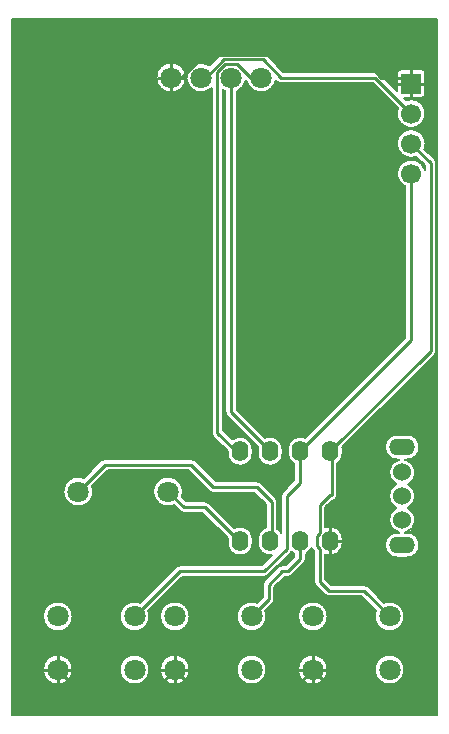
<source format=gtl>
G04 Layer: TopLayer*
G04 EasyEDA Pro v2.2.38.8, 2025-05-22 15:01:17*
G04 Gerber Generator version 0.3*
G04 Scale: 100 percent, Rotated: No, Reflected: No*
G04 Dimensions in millimeters*
G04 Leading zeros omitted, absolute positions, 4 integers and 5 decimals*
%FSLAX45Y45*%
%MOMM*%
%ADD10C,0.2032*%
%ADD11C,0.254*%
%ADD12C,1.8*%
%ADD13R,1.7X1.7*%
%ADD14C,1.7*%
%ADD15C,1.524*%
%ADD16O,2.2061X1.4*%
%ADD17O,2.2X1.4*%
%ADD18O,1.4X1.75001*%
G75*


G04 Copper Start*
G36*
G01X3634486Y-10414D02*
G01X3634486Y-5907786D01*
G01X35814Y-5907786D01*
G01X35814Y-5520893D01*
G01X298493Y-5520893D01*
G01X300405Y-5542741D01*
G01X306081Y-5563924D01*
G01X315349Y-5583800D01*
G01X327928Y-5601765D01*
G01X343435Y-5617272D01*
G01X361400Y-5629851D01*
G01X381276Y-5639120D01*
G01X402460Y-5644796D01*
G01X424307Y-5646707D01*
G01X446154Y-5644796D01*
G01X467338Y-5639120D01*
G01X487214Y-5629851D01*
G01X505179Y-5617272D01*
G01X520686Y-5601765D01*
G01X533265Y-5583800D01*
G01X542533Y-5563924D01*
G01X548209Y-5542741D01*
G01X550121Y-5520893D01*
G01X550121Y-5520893D01*
G01X948479Y-5520893D01*
G01X950391Y-5542741D01*
G01X956067Y-5563924D01*
G01X965335Y-5583800D01*
G01X977914Y-5601765D01*
G01X993421Y-5617272D01*
G01X1011386Y-5629851D01*
G01X1031262Y-5639120D01*
G01X1052446Y-5644796D01*
G01X1074293Y-5646707D01*
G01X1096140Y-5644796D01*
G01X1117324Y-5639120D01*
G01X1137200Y-5629851D01*
G01X1155165Y-5617272D01*
G01X1170672Y-5601765D01*
G01X1183251Y-5583800D01*
G01X1192519Y-5563924D01*
G01X1198195Y-5542741D01*
G01X1200107Y-5520893D01*
G01X1200107Y-5520893D01*
G01X1289093Y-5520893D01*
G01X1291005Y-5542741D01*
G01X1296681Y-5563924D01*
G01X1305949Y-5583800D01*
G01X1318528Y-5601765D01*
G01X1334035Y-5617272D01*
G01X1352000Y-5629851D01*
G01X1371876Y-5639120D01*
G01X1393060Y-5644796D01*
G01X1414907Y-5646707D01*
G01X1436754Y-5644796D01*
G01X1457938Y-5639120D01*
G01X1477814Y-5629851D01*
G01X1495779Y-5617272D01*
G01X1511286Y-5601765D01*
G01X1523865Y-5583800D01*
G01X1533133Y-5563924D01*
G01X1538809Y-5542741D01*
G01X1540721Y-5520893D01*
G01X1540721Y-5520893D01*
G01X1939079Y-5520893D01*
G01X1940991Y-5542741D01*
G01X1946667Y-5563924D01*
G01X1955935Y-5583800D01*
G01X1968514Y-5601765D01*
G01X1984021Y-5617272D01*
G01X2001986Y-5629851D01*
G01X2021862Y-5639120D01*
G01X2043046Y-5644796D01*
G01X2064893Y-5646707D01*
G01X2086740Y-5644796D01*
G01X2107924Y-5639120D01*
G01X2127800Y-5629851D01*
G01X2145765Y-5617272D01*
G01X2161272Y-5601765D01*
G01X2173851Y-5583800D01*
G01X2183119Y-5563924D01*
G01X2188795Y-5542741D01*
G01X2190707Y-5520893D01*
G01X2190707Y-5520893D01*
G01X2457493Y-5520893D01*
G01X2459405Y-5542741D01*
G01X2465081Y-5563924D01*
G01X2474349Y-5583800D01*
G01X2486928Y-5601765D01*
G01X2502435Y-5617272D01*
G01X2520400Y-5629851D01*
G01X2540276Y-5639120D01*
G01X2561460Y-5644796D01*
G01X2583307Y-5646707D01*
G01X2605154Y-5644796D01*
G01X2626338Y-5639120D01*
G01X2646214Y-5629851D01*
G01X2664179Y-5617272D01*
G01X2679686Y-5601765D01*
G01X2692265Y-5583800D01*
G01X2701533Y-5563924D01*
G01X2707209Y-5542741D01*
G01X2709121Y-5520893D01*
G01X2709121Y-5520893D01*
G01X3107479Y-5520893D01*
G01X3109391Y-5542741D01*
G01X3115067Y-5563924D01*
G01X3124335Y-5583800D01*
G01X3136914Y-5601765D01*
G01X3152421Y-5617272D01*
G01X3170386Y-5629851D01*
G01X3190262Y-5639120D01*
G01X3211446Y-5644796D01*
G01X3233293Y-5646707D01*
G01X3255140Y-5644796D01*
G01X3276324Y-5639120D01*
G01X3296200Y-5629851D01*
G01X3314165Y-5617272D01*
G01X3329672Y-5601765D01*
G01X3342251Y-5583800D01*
G01X3351519Y-5563924D01*
G01X3357195Y-5542741D01*
G01X3359107Y-5520893D01*
G01X3359107Y-5520893D01*
G01X3357195Y-5499046D01*
G01X3351519Y-5477862D01*
G01X3342251Y-5457986D01*
G01X3329672Y-5440022D01*
G01X3314165Y-5424514D01*
G01X3296200Y-5411935D01*
G01X3276324Y-5402667D01*
G01X3255140Y-5396991D01*
G01X3233293Y-5395079D01*
G01X3211446Y-5396991D01*
G01X3190262Y-5402667D01*
G01X3170386Y-5411935D01*
G01X3152421Y-5424514D01*
G01X3136914Y-5440022D01*
G01X3124335Y-5457986D01*
G01X3115067Y-5477862D01*
G01X3109391Y-5499046D01*
G01X3107479Y-5520893D01*
G01X2709121Y-5520893D01*
G01X2707209Y-5499046D01*
G01X2701533Y-5477862D01*
G01X2692265Y-5457986D01*
G01X2679686Y-5440022D01*
G01X2664179Y-5424514D01*
G01X2646214Y-5411935D01*
G01X2626338Y-5402667D01*
G01X2605154Y-5396991D01*
G01X2583307Y-5395079D01*
G01X2561460Y-5396991D01*
G01X2540276Y-5402667D01*
G01X2520400Y-5411935D01*
G01X2502435Y-5424514D01*
G01X2486928Y-5440022D01*
G01X2474349Y-5457986D01*
G01X2465081Y-5477862D01*
G01X2459405Y-5499046D01*
G01X2457493Y-5520893D01*
G01X2190707Y-5520893D01*
G01X2188795Y-5499046D01*
G01X2183119Y-5477862D01*
G01X2173851Y-5457986D01*
G01X2161272Y-5440022D01*
G01X2145765Y-5424514D01*
G01X2127800Y-5411935D01*
G01X2107924Y-5402667D01*
G01X2086740Y-5396991D01*
G01X2064893Y-5395079D01*
G01X2043046Y-5396991D01*
G01X2021862Y-5402667D01*
G01X2001986Y-5411935D01*
G01X1984021Y-5424514D01*
G01X1968514Y-5440022D01*
G01X1955935Y-5457986D01*
G01X1946667Y-5477862D01*
G01X1940991Y-5499046D01*
G01X1939079Y-5520893D01*
G01X1540721Y-5520893D01*
G01X1538809Y-5499046D01*
G01X1533133Y-5477862D01*
G01X1523865Y-5457986D01*
G01X1511286Y-5440022D01*
G01X1495779Y-5424514D01*
G01X1477814Y-5411935D01*
G01X1457938Y-5402667D01*
G01X1436754Y-5396991D01*
G01X1414907Y-5395079D01*
G01X1393060Y-5396991D01*
G01X1371876Y-5402667D01*
G01X1352000Y-5411935D01*
G01X1334035Y-5424514D01*
G01X1318528Y-5440022D01*
G01X1305949Y-5457986D01*
G01X1296681Y-5477862D01*
G01X1291005Y-5499046D01*
G01X1289093Y-5520893D01*
G01X1200107Y-5520893D01*
G01X1198195Y-5499046D01*
G01X1192519Y-5477862D01*
G01X1183251Y-5457986D01*
G01X1170672Y-5440022D01*
G01X1155165Y-5424514D01*
G01X1137200Y-5411935D01*
G01X1117324Y-5402667D01*
G01X1096140Y-5396991D01*
G01X1074293Y-5395079D01*
G01X1052446Y-5396991D01*
G01X1031262Y-5402667D01*
G01X1011386Y-5411935D01*
G01X993421Y-5424514D01*
G01X977914Y-5440022D01*
G01X965335Y-5457986D01*
G01X956067Y-5477862D01*
G01X950391Y-5499046D01*
G01X948479Y-5520893D01*
G01X550121Y-5520893D01*
G01X548209Y-5499046D01*
G01X542533Y-5477862D01*
G01X533265Y-5457986D01*
G01X520686Y-5440022D01*
G01X505179Y-5424514D01*
G01X487214Y-5411935D01*
G01X467338Y-5402667D01*
G01X446154Y-5396991D01*
G01X424307Y-5395079D01*
G01X402460Y-5396991D01*
G01X381276Y-5402667D01*
G01X361400Y-5411935D01*
G01X343435Y-5424514D01*
G01X327928Y-5440022D01*
G01X315349Y-5457986D01*
G01X306081Y-5477862D01*
G01X300405Y-5499046D01*
G01X298493Y-5520893D01*
G01X35814Y-5520893D01*
G01X35814Y-5070907D01*
G01X298493Y-5070907D01*
G01X300405Y-5092754D01*
G01X306081Y-5113938D01*
G01X315349Y-5133814D01*
G01X327928Y-5151778D01*
G01X343435Y-5167286D01*
G01X361400Y-5179865D01*
G01X381276Y-5189133D01*
G01X402460Y-5194809D01*
G01X424307Y-5196721D01*
G01X446154Y-5194809D01*
G01X467338Y-5189133D01*
G01X487214Y-5179865D01*
G01X505179Y-5167286D01*
G01X520686Y-5151778D01*
G01X533265Y-5133814D01*
G01X542533Y-5113938D01*
G01X548209Y-5092754D01*
G01X550121Y-5070907D01*
G01X550121Y-5070907D01*
G01X548209Y-5049059D01*
G01X542533Y-5027876D01*
G01X533265Y-5008000D01*
G01X520686Y-4990035D01*
G01X505179Y-4974528D01*
G01X487214Y-4961949D01*
G01X467338Y-4952680D01*
G01X446154Y-4947004D01*
G01X424307Y-4945093D01*
G01X402460Y-4947004D01*
G01X381276Y-4952680D01*
G01X361400Y-4961949D01*
G01X343435Y-4974528D01*
G01X327928Y-4990035D01*
G01X315349Y-5008000D01*
G01X306081Y-5027876D01*
G01X300405Y-5049059D01*
G01X298493Y-5070907D01*
G01X35814Y-5070907D01*
G01X35814Y-4004068D01*
G01X472421Y-4004068D01*
G01X472705Y-4025631D01*
G01X476667Y-4046828D01*
G01X484190Y-4067037D01*
G01X495054Y-4085665D01*
G01X508939Y-4102164D01*
G01X525438Y-4116049D01*
G01X544066Y-4126913D01*
G01X564275Y-4134436D01*
G01X585472Y-4138398D01*
G01X607035Y-4138682D01*
G01X628329Y-4135279D01*
G01X648729Y-4128291D01*
G01X667636Y-4117921D01*
G01X684495Y-4104474D01*
G01X698810Y-4088347D01*
G01X710160Y-4070011D01*
G01X718213Y-4050007D01*
G01X722731Y-4028922D01*
G01X722991Y-4022332D01*
G01X1232415Y-4022332D01*
G01X1235817Y-4043626D01*
G01X1242806Y-4064026D01*
G01X1253176Y-4082933D01*
G01X1266622Y-4099792D01*
G01X1282750Y-4114106D01*
G01X1301085Y-4125457D01*
G01X1321090Y-4133509D01*
G01X1342175Y-4138028D01*
G01X1363723Y-4138879D01*
G01X1385099Y-4136038D01*
G01X1405676Y-4129588D01*
G01X1455239Y-4179152D01*
G01X1465287Y-4186862D01*
G01X1476988Y-4191708D01*
G01X1489544Y-4193361D01*
G01X1648252Y-4193361D01*
G01X1862848Y-4407957D01*
G01X1862686Y-4413809D01*
G01X1862686Y-4413809D01*
G01X1862686Y-4448810D01*
G01X1864488Y-4468253D01*
G01X1869832Y-4487034D01*
G01X1878535Y-4504514D01*
G01X1890303Y-4520096D01*
G01X1904733Y-4533251D01*
G01X1921335Y-4543531D01*
G01X1939543Y-4550584D01*
G01X1958737Y-4554172D01*
G01X1978263Y-4554172D01*
G01X1997457Y-4550584D01*
G01X2015665Y-4543531D01*
G01X2032267Y-4533251D01*
G01X2046697Y-4520096D01*
G01X2058465Y-4504514D01*
G01X2067168Y-4487034D01*
G01X2072512Y-4468253D01*
G01X2074314Y-4448810D01*
G01X2074314Y-4413809D01*
G01X2072385Y-4393698D01*
G01X2066669Y-4374320D01*
G01X2057375Y-4356381D01*
G01X2044840Y-4340537D01*
G01X2029522Y-4327363D01*
G01X2011980Y-4317341D01*
G01X1992853Y-4310835D01*
G01X1972838Y-4308084D01*
G01X1952664Y-4309187D01*
G01X1933068Y-4314103D01*
G01X1914764Y-4322655D01*
G01X1702652Y-4110543D01*
G01X1692604Y-4102833D01*
G01X1680904Y-4097986D01*
G01X1668347Y-4096333D01*
G01X1509639Y-4096333D01*
G01X1474285Y-4060979D01*
G01X1480735Y-4040402D01*
G01X1483576Y-4019026D01*
G01X1482724Y-3997478D01*
G01X1478206Y-3976393D01*
G01X1470153Y-3956389D01*
G01X1458803Y-3938053D01*
G01X1444488Y-3921926D01*
G01X1427630Y-3908479D01*
G01X1408723Y-3898109D01*
G01X1388322Y-3891121D01*
G01X1367028Y-3887718D01*
G01X1345466Y-3888002D01*
G01X1324269Y-3891964D01*
G01X1304059Y-3899487D01*
G01X1285432Y-3910351D01*
G01X1268933Y-3924236D01*
G01X1255048Y-3940735D01*
G01X1244184Y-3959363D01*
G01X1236660Y-3979572D01*
G01X1232698Y-4000769D01*
G01X1232415Y-4022332D01*
G01X722991Y-4022332D01*
G01X723582Y-4007374D01*
G01X720741Y-3985998D01*
G01X714292Y-3965421D01*
G01X846598Y-3833114D01*
G01X1529305Y-3833114D01*
G01X1705595Y-4009405D01*
G01X1715643Y-4017114D01*
G01X1727344Y-4021961D01*
G01X1739900Y-4023614D01*
G01X2088105Y-4023614D01*
G01X2186686Y-4122195D01*
G01X2186686Y-4314240D01*
G01X2169891Y-4322000D01*
G01X2154703Y-4332567D01*
G01X2141589Y-4345618D01*
G01X2130948Y-4360753D01*
G01X2123107Y-4377511D01*
G01X2118304Y-4395378D01*
G01X2116686Y-4413809D01*
G01X2116686Y-4448810D01*
G01X2118557Y-4468617D01*
G01X2124102Y-4487724D01*
G01X2133125Y-4505456D01*
G01X2145309Y-4521185D01*
G01X2160221Y-4534355D01*
G01X2177335Y-4544501D01*
G01X2196046Y-4551264D01*
G01X2215692Y-4554405D01*
G01X2235578Y-4553813D01*
G01X2151605Y-4637786D01*
G01X1458900Y-4637786D01*
G01X1446343Y-4639439D01*
G01X1434643Y-4644286D01*
G01X1424595Y-4651995D01*
G01X1122072Y-4954518D01*
G01X1101495Y-4948069D01*
G01X1080119Y-4945228D01*
G01X1058571Y-4946079D01*
G01X1037486Y-4950597D01*
G01X1017482Y-4958650D01*
G01X999146Y-4970000D01*
G01X983019Y-4984315D01*
G01X969572Y-5001174D01*
G01X959202Y-5020081D01*
G01X952214Y-5040481D01*
G01X948811Y-5061775D01*
G01X949095Y-5083338D01*
G01X953057Y-5104535D01*
G01X960580Y-5124744D01*
G01X971444Y-5143372D01*
G01X985329Y-5159871D01*
G01X1001828Y-5173756D01*
G01X1020456Y-5184620D01*
G01X1040665Y-5192143D01*
G01X1061862Y-5196105D01*
G01X1083425Y-5196389D01*
G01X1104719Y-5192986D01*
G01X1125119Y-5185997D01*
G01X1144026Y-5175627D01*
G01X1160885Y-5162181D01*
G01X1175199Y-5146053D01*
G01X1186550Y-5127718D01*
G01X1194602Y-5107714D01*
G01X1199121Y-5086628D01*
G01X1199742Y-5070907D01*
G01X1289093Y-5070907D01*
G01X1291005Y-5092754D01*
G01X1296681Y-5113938D01*
G01X1305949Y-5133814D01*
G01X1318528Y-5151778D01*
G01X1334035Y-5167286D01*
G01X1352000Y-5179865D01*
G01X1371876Y-5189133D01*
G01X1393060Y-5194809D01*
G01X1414907Y-5196721D01*
G01X1436754Y-5194809D01*
G01X1457938Y-5189133D01*
G01X1477814Y-5179865D01*
G01X1495779Y-5167286D01*
G01X1511286Y-5151778D01*
G01X1523865Y-5133814D01*
G01X1533133Y-5113938D01*
G01X1538809Y-5092754D01*
G01X1540721Y-5070907D01*
G01X1540721Y-5070907D01*
G01X1538809Y-5049059D01*
G01X1533133Y-5027876D01*
G01X1523865Y-5008000D01*
G01X1511286Y-4990035D01*
G01X1495779Y-4974528D01*
G01X1477814Y-4961949D01*
G01X1457938Y-4952680D01*
G01X1436754Y-4947004D01*
G01X1414907Y-4945093D01*
G01X1393060Y-4947004D01*
G01X1371876Y-4952680D01*
G01X1352000Y-4961949D01*
G01X1334035Y-4974528D01*
G01X1318528Y-4990035D01*
G01X1305949Y-5008000D01*
G01X1296681Y-5027876D01*
G01X1291005Y-5049059D01*
G01X1289093Y-5070907D01*
G01X1199742Y-5070907D01*
G01X1199972Y-5065081D01*
G01X1197131Y-5043705D01*
G01X1190681Y-5023128D01*
G01X1478995Y-4734814D01*
G01X2171700Y-4734814D01*
G01X2184256Y-4733161D01*
G01X2195957Y-4728314D01*
G01X2206005Y-4720605D01*
G01X2396505Y-4530105D01*
G01X2401830Y-4523783D01*
G01X2414175Y-4534321D01*
G01X2427986Y-4542847D01*
G01X2427986Y-4564605D01*
G01X2354805Y-4637786D01*
G01X2324100Y-4637786D01*
G01X2311544Y-4639439D01*
G01X2299843Y-4644286D01*
G01X2289795Y-4651995D01*
G01X2175495Y-4766295D01*
G01X2167786Y-4776343D01*
G01X2162939Y-4788044D01*
G01X2161286Y-4800600D01*
G01X2161286Y-4905905D01*
G01X2112672Y-4954518D01*
G01X2092095Y-4948069D01*
G01X2070719Y-4945228D01*
G01X2049171Y-4946079D01*
G01X2028086Y-4950597D01*
G01X2008082Y-4958650D01*
G01X1989746Y-4970000D01*
G01X1973619Y-4984315D01*
G01X1960172Y-5001174D01*
G01X1949802Y-5020081D01*
G01X1942814Y-5040481D01*
G01X1939411Y-5061775D01*
G01X1939695Y-5083338D01*
G01X1943657Y-5104535D01*
G01X1951180Y-5124744D01*
G01X1962044Y-5143372D01*
G01X1975929Y-5159871D01*
G01X1992428Y-5173756D01*
G01X2011056Y-5184620D01*
G01X2031265Y-5192143D01*
G01X2052462Y-5196105D01*
G01X2074025Y-5196389D01*
G01X2095319Y-5192986D01*
G01X2115719Y-5185997D01*
G01X2134626Y-5175627D01*
G01X2151485Y-5162181D01*
G01X2165799Y-5146053D01*
G01X2177150Y-5127718D01*
G01X2185202Y-5107714D01*
G01X2189721Y-5086628D01*
G01X2190342Y-5070907D01*
G01X2457493Y-5070907D01*
G01X2459405Y-5092754D01*
G01X2465081Y-5113938D01*
G01X2474349Y-5133814D01*
G01X2486928Y-5151778D01*
G01X2502435Y-5167286D01*
G01X2520400Y-5179865D01*
G01X2540276Y-5189133D01*
G01X2561460Y-5194809D01*
G01X2583307Y-5196721D01*
G01X2605154Y-5194809D01*
G01X2626338Y-5189133D01*
G01X2646214Y-5179865D01*
G01X2664179Y-5167286D01*
G01X2679686Y-5151778D01*
G01X2692265Y-5133814D01*
G01X2701533Y-5113938D01*
G01X2707209Y-5092754D01*
G01X2709121Y-5070907D01*
G01X2709121Y-5070907D01*
G01X2707209Y-5049059D01*
G01X2701533Y-5027876D01*
G01X2692265Y-5008000D01*
G01X2679686Y-4990035D01*
G01X2664179Y-4974528D01*
G01X2646214Y-4961949D01*
G01X2626338Y-4952680D01*
G01X2605154Y-4947004D01*
G01X2583307Y-4945093D01*
G01X2561460Y-4947004D01*
G01X2540276Y-4952680D01*
G01X2520400Y-4961949D01*
G01X2502435Y-4974528D01*
G01X2486928Y-4990035D01*
G01X2474349Y-5008000D01*
G01X2465081Y-5027876D01*
G01X2459405Y-5049059D01*
G01X2457493Y-5070907D01*
G01X2190342Y-5070907D01*
G01X2190572Y-5065081D01*
G01X2187731Y-5043705D01*
G01X2181281Y-5023128D01*
G01X2244105Y-4960304D01*
G01X2251814Y-4950257D01*
G01X2256661Y-4938556D01*
G01X2258314Y-4926000D01*
G01X2258314Y-4820695D01*
G01X2344195Y-4734814D01*
G01X2374900Y-4734814D01*
G01X2387456Y-4733161D01*
G01X2399157Y-4728314D01*
G01X2409205Y-4720605D01*
G01X2510805Y-4619005D01*
G01X2518514Y-4608957D01*
G01X2523361Y-4597256D01*
G01X2525014Y-4584700D01*
G01X2525014Y-4542847D01*
G01X2539730Y-4533655D01*
G01X2552745Y-4522181D01*
G01X2563710Y-4508734D01*
G01X2572331Y-4493677D01*
G01X2576527Y-4500884D01*
G01X2581895Y-4507266D01*
G01X2593086Y-4518457D01*
G01X2593086Y-4775200D01*
G01X2594739Y-4787756D01*
G01X2599586Y-4799457D01*
G01X2607295Y-4809505D01*
G01X2683495Y-4885705D01*
G01X2693543Y-4893414D01*
G01X2705244Y-4898261D01*
G01X2717800Y-4899914D01*
G01X2993691Y-4899914D01*
G01X3116905Y-5023128D01*
G01X3110455Y-5043705D01*
G01X3107614Y-5065081D01*
G01X3108465Y-5086628D01*
G01X3112984Y-5107714D01*
G01X3121036Y-5127718D01*
G01X3132387Y-5146053D01*
G01X3146701Y-5162181D01*
G01X3163560Y-5175627D01*
G01X3182467Y-5185997D01*
G01X3202867Y-5192986D01*
G01X3224161Y-5196389D01*
G01X3245724Y-5196105D01*
G01X3266921Y-5192143D01*
G01X3287130Y-5184620D01*
G01X3305758Y-5173756D01*
G01X3322257Y-5159871D01*
G01X3336142Y-5143372D01*
G01X3347006Y-5124744D01*
G01X3354529Y-5104535D01*
G01X3358491Y-5083338D01*
G01X3358775Y-5061775D01*
G01X3355372Y-5040481D01*
G01X3348384Y-5020081D01*
G01X3338014Y-5001174D01*
G01X3324567Y-4984315D01*
G01X3308440Y-4970000D01*
G01X3290104Y-4958650D01*
G01X3270100Y-4950597D01*
G01X3249015Y-4946079D01*
G01X3227467Y-4945228D01*
G01X3206091Y-4948069D01*
G01X3185514Y-4954518D01*
G01X3048091Y-4817095D01*
G01X3038043Y-4809386D01*
G01X3026343Y-4804539D01*
G01X3013786Y-4802886D01*
G01X2737895Y-4802886D01*
G01X2690114Y-4755105D01*
G01X2690114Y-4546614D01*
G01X2708111Y-4552228D01*
G01X2726818Y-4554560D01*
G01X2745642Y-4553535D01*
G01X2763986Y-4549186D01*
G01X2781267Y-4541650D01*
G01X2796936Y-4531168D01*
G01X2810496Y-4518071D01*
G01X2821518Y-4502776D01*
G01X2829650Y-4485768D01*
G01X2834634Y-4467587D01*
G01X2835622Y-4456547D01*
G01X3194738Y-4456547D01*
G01X3194738Y-4476074D01*
G01X3198326Y-4495268D01*
G01X3205379Y-4513476D01*
G01X3215659Y-4530078D01*
G01X3228814Y-4544508D01*
G01X3244396Y-4556275D01*
G01X3261876Y-4564979D01*
G01X3280657Y-4570323D01*
G01X3300100Y-4572124D01*
G01X3380100Y-4572124D01*
G01X3399543Y-4570323D01*
G01X3418324Y-4564979D01*
G01X3435804Y-4556275D01*
G01X3451386Y-4544508D01*
G01X3464541Y-4530078D01*
G01X3474821Y-4513476D01*
G01X3481874Y-4495268D01*
G01X3485462Y-4476074D01*
G01X3485462Y-4456547D01*
G01X3481874Y-4437353D01*
G01X3474821Y-4419145D01*
G01X3464541Y-4402544D01*
G01X3451386Y-4388113D01*
G01X3435804Y-4376346D01*
G01X3418324Y-4367642D01*
G01X3399543Y-4362298D01*
G01X3380100Y-4360497D01*
G01X3365062Y-4360497D01*
G01X3385074Y-4353888D01*
G01X3403494Y-4343649D01*
G01X3419669Y-4330140D01*
G01X3433028Y-4313841D01*
G01X3443098Y-4295328D01*
G01X3449522Y-4275257D01*
G01X3452073Y-4254337D01*
G01X3450660Y-4233310D01*
G01X3445334Y-4212920D01*
G01X3436282Y-4193888D01*
G01X3423827Y-4176889D01*
G01X3408407Y-4162523D01*
G01X3390570Y-4151300D01*
G01X3408005Y-4140384D01*
G01X3423150Y-4126465D01*
G01X3435495Y-4110010D01*
G01X3444623Y-4091576D01*
G01X3450225Y-4071783D01*
G01X3452114Y-4051300D01*
G01X3450225Y-4030817D01*
G01X3444623Y-4011024D01*
G01X3435495Y-3992590D01*
G01X3423150Y-3976135D01*
G01X3408005Y-3962216D01*
G01X3390570Y-3951300D01*
G01X3408407Y-3940077D01*
G01X3423827Y-3925711D01*
G01X3436282Y-3908712D01*
G01X3445334Y-3889680D01*
G01X3450660Y-3869290D01*
G01X3452073Y-3848263D01*
G01X3449522Y-3827343D01*
G01X3443098Y-3807272D01*
G01X3433028Y-3788759D01*
G01X3419669Y-3772460D01*
G01X3403494Y-3758951D01*
G01X3385074Y-3748712D01*
G01X3365062Y-3742103D01*
G01X3380100Y-3742103D01*
G01X3399543Y-3740302D01*
G01X3418324Y-3734958D01*
G01X3435804Y-3726254D01*
G01X3451386Y-3714487D01*
G01X3464541Y-3700056D01*
G01X3474821Y-3683455D01*
G01X3481874Y-3665247D01*
G01X3485462Y-3646053D01*
G01X3485462Y-3626526D01*
G01X3481874Y-3607332D01*
G01X3474821Y-3589124D01*
G01X3464541Y-3572522D01*
G01X3451386Y-3558092D01*
G01X3435804Y-3546325D01*
G01X3418324Y-3537621D01*
G01X3399543Y-3532277D01*
G01X3380100Y-3530476D01*
G01X3300100Y-3530476D01*
G01X3280657Y-3532277D01*
G01X3261876Y-3537621D01*
G01X3244396Y-3546325D01*
G01X3228814Y-3558092D01*
G01X3215659Y-3572522D01*
G01X3205379Y-3589124D01*
G01X3198326Y-3607332D01*
G01X3194738Y-3626526D01*
G01X3194738Y-3646053D01*
G01X3198326Y-3665247D01*
G01X3205379Y-3683455D01*
G01X3215659Y-3700056D01*
G01X3228814Y-3714487D01*
G01X3244396Y-3726254D01*
G01X3261876Y-3734958D01*
G01X3280657Y-3740302D01*
G01X3300100Y-3742103D01*
G01X3315138Y-3742103D01*
G01X3295126Y-3748712D01*
G01X3276706Y-3758951D01*
G01X3260531Y-3772460D01*
G01X3247172Y-3788759D01*
G01X3237102Y-3807272D01*
G01X3230678Y-3827343D01*
G01X3228127Y-3848263D01*
G01X3229540Y-3869290D01*
G01X3234866Y-3889680D01*
G01X3243918Y-3908712D01*
G01X3256373Y-3925711D01*
G01X3271793Y-3940077D01*
G01X3289630Y-3951300D01*
G01X3272195Y-3962216D01*
G01X3257050Y-3976135D01*
G01X3244705Y-3992590D01*
G01X3235577Y-4011024D01*
G01X3229975Y-4030817D01*
G01X3228086Y-4051300D01*
G01X3229975Y-4071783D01*
G01X3235577Y-4091576D01*
G01X3244705Y-4110010D01*
G01X3257050Y-4126465D01*
G01X3272195Y-4140384D01*
G01X3289630Y-4151300D01*
G01X3271793Y-4162523D01*
G01X3256373Y-4176889D01*
G01X3243918Y-4193888D01*
G01X3234866Y-4212920D01*
G01X3229540Y-4233310D01*
G01X3228127Y-4254337D01*
G01X3230678Y-4275257D01*
G01X3237102Y-4295328D01*
G01X3247172Y-4313841D01*
G01X3260531Y-4330140D01*
G01X3276706Y-4343649D01*
G01X3295126Y-4353888D01*
G01X3315138Y-4360497D01*
G01X3300100Y-4360497D01*
G01X3300100Y-4360497D01*
G01X3280657Y-4362298D01*
G01X3261876Y-4367642D01*
G01X3244396Y-4376346D01*
G01X3228814Y-4388113D01*
G01X3215659Y-4402544D01*
G01X3205379Y-4419145D01*
G01X3198326Y-4437353D01*
G01X3194738Y-4456547D01*
G01X2835622Y-4456547D01*
G01X2836314Y-4448810D01*
G01X2836314Y-4413809D01*
G01X2834634Y-4395032D01*
G01X2829650Y-4376850D01*
G01X2821518Y-4359842D01*
G01X2810496Y-4344547D01*
G01X2796936Y-4331451D01*
G01X2781267Y-4320969D01*
G01X2763986Y-4313433D01*
G01X2745642Y-4309084D01*
G01X2726818Y-4308059D01*
G01X2708111Y-4310391D01*
G01X2690114Y-4316005D01*
G01X2690114Y-4147595D01*
G01X2744921Y-4092788D01*
G01X2754539Y-4090124D01*
G01X2763409Y-4085548D01*
G01X2771155Y-4079255D01*
G01X2777505Y-4072905D01*
G01X2785214Y-4062857D01*
G01X2790061Y-4051156D01*
G01X2791714Y-4038600D01*
G01X2791714Y-3775101D01*
G01X2806970Y-3761928D01*
G01X2819451Y-3746100D01*
G01X2828704Y-3728193D01*
G01X2834394Y-3708856D01*
G01X2836314Y-3688791D01*
G01X2836314Y-3653790D01*
G01X2834748Y-3635652D01*
G01X3615705Y-2854695D01*
G01X3623414Y-2844648D01*
G01X3628261Y-2832947D01*
G01X3629914Y-2820391D01*
G01X3629914Y-1231900D01*
G01X3628261Y-1219344D01*
G01X3623414Y-1207643D01*
G01X3615705Y-1197595D01*
G01X3528843Y-1110733D01*
G01X3534933Y-1089651D01*
G01X3537110Y-1067814D01*
G01X3535300Y-1045944D01*
G01X3529564Y-1024762D01*
G01X3520092Y-1004967D01*
G01X3507195Y-987213D01*
G01X3491299Y-972084D01*
G01X3472928Y-960080D01*
G01X3452689Y-951597D01*
G01X3431250Y-946915D01*
G01X3409317Y-946188D01*
G01X3387615Y-949441D01*
G01X3366859Y-956566D01*
G01X3347734Y-967328D01*
G01X3330872Y-981372D01*
G01X3316828Y-998234D01*
G01X3306066Y-1017359D01*
G01X3298941Y-1038115D01*
G01X3295688Y-1059817D01*
G01X3296415Y-1081750D01*
G01X3301097Y-1103189D01*
G01X3309580Y-1123428D01*
G01X3321584Y-1141799D01*
G01X3336713Y-1157695D01*
G01X3354467Y-1170592D01*
G01X3374262Y-1180064D01*
G01X3395444Y-1185800D01*
G01X3417314Y-1187610D01*
G01X3439151Y-1185433D01*
G01X3460233Y-1179343D01*
G01X3532886Y-1251995D01*
G01X3532886Y-1289119D01*
G01X3525155Y-1268393D01*
G01X3513775Y-1249424D01*
G01X3499127Y-1232847D01*
G01X3481702Y-1219220D01*
G01X3462085Y-1208998D01*
G01X3440932Y-1202524D01*
G01X3418954Y-1200015D01*
G01X3396887Y-1201556D01*
G01X3375470Y-1207095D01*
G01X3355423Y-1216445D01*
G01X3337416Y-1229294D01*
G01X3322054Y-1245211D01*
G01X3309852Y-1263662D01*
G01X3301218Y-1284028D01*
G01X3296443Y-1305628D01*
G01X3295685Y-1327736D01*
G01X3298972Y-1349611D01*
G01X3306192Y-1370521D01*
G01X3317103Y-1389763D01*
G01X3331340Y-1406694D01*
G01X3348425Y-1420745D01*
G01X3367786Y-1431445D01*
G01X3367786Y-2711395D01*
G01X2521268Y-3557913D01*
G01X2521268Y-3557913D01*
G01X2503123Y-3551380D01*
G01X2484093Y-3548249D01*
G01X2464811Y-3548624D01*
G01X2445918Y-3552492D01*
G01X2428040Y-3559725D01*
G01X2411772Y-3570083D01*
G01X2397654Y-3583222D01*
G01X2386155Y-3598705D01*
G01X2377658Y-3616017D01*
G01X2372444Y-3634585D01*
G01X2370686Y-3653790D01*
G01X2370686Y-3688791D01*
G01X2372442Y-3707987D01*
G01X2377651Y-3726545D01*
G01X2386140Y-3743851D01*
G01X2397627Y-3759329D01*
G01X2411732Y-3772467D01*
G01X2427986Y-3782828D01*
G01X2427986Y-3916905D01*
G01X2327895Y-4016995D01*
G01X2320186Y-4027043D01*
G01X2315339Y-4038744D01*
G01X2313686Y-4051300D01*
G01X2313686Y-4360127D01*
G01X2305263Y-4347878D01*
G01X2295206Y-4336930D01*
G01X2283714Y-4327499D01*
G01X2283714Y-4102100D01*
G01X2282061Y-4089544D01*
G01X2277214Y-4077843D01*
G01X2269505Y-4067795D01*
G01X2142505Y-3940795D01*
G01X2132457Y-3933086D01*
G01X2120756Y-3928239D01*
G01X2108200Y-3926586D01*
G01X1759995Y-3926586D01*
G01X1583705Y-3750295D01*
G01X1573657Y-3742586D01*
G01X1561956Y-3737739D01*
G01X1549400Y-3736086D01*
G01X826503Y-3736086D01*
G01X813947Y-3737739D01*
G01X802246Y-3742586D01*
G01X792199Y-3750295D01*
G01X645683Y-3896812D01*
G01X625105Y-3890362D01*
G01X603729Y-3887521D01*
G01X582182Y-3888372D01*
G01X561096Y-3892891D01*
G01X541092Y-3900943D01*
G01X522757Y-3912294D01*
G01X506629Y-3926608D01*
G01X493183Y-3943467D01*
G01X482813Y-3962374D01*
G01X475824Y-3982774D01*
G01X472421Y-4004068D01*
G01X35814Y-4004068D01*
G01X35814Y-508000D01*
G01X1258486Y-508000D01*
G01X1260398Y-529847D01*
G01X1266074Y-551031D01*
G01X1275342Y-570907D01*
G01X1287921Y-588872D01*
G01X1303428Y-604379D01*
G01X1321393Y-616958D01*
G01X1341269Y-626226D01*
G01X1362453Y-631902D01*
G01X1384300Y-633814D01*
G01X1406147Y-631902D01*
G01X1427331Y-626226D01*
G01X1447207Y-616958D01*
G01X1465172Y-604379D01*
G01X1480679Y-588872D01*
G01X1493258Y-570907D01*
G01X1502526Y-551031D01*
G01X1508202Y-529847D01*
G01X1509214Y-518286D01*
G01X1512907Y-518286D01*
G01X1516574Y-539811D01*
G01X1523907Y-560378D01*
G01X1534686Y-579367D01*
G01X1548585Y-596206D01*
G01X1565186Y-610389D01*
G01X1583990Y-621488D01*
G01X1604429Y-629169D01*
G01X1625889Y-633200D01*
G01X1647722Y-633461D01*
G01X1669272Y-629942D01*
G01X1689888Y-622751D01*
G01X1708951Y-612103D01*
G01X1725886Y-598321D01*
G01X1725886Y-3514300D01*
G01X1727539Y-3526856D01*
G01X1732386Y-3538557D01*
G01X1740095Y-3548605D01*
G01X1862686Y-3671195D01*
G01X1862686Y-3671195D01*
G01X1862686Y-3688791D01*
G01X1864488Y-3708234D01*
G01X1869832Y-3727016D01*
G01X1878535Y-3744495D01*
G01X1890303Y-3760078D01*
G01X1904733Y-3773232D01*
G01X1921335Y-3783512D01*
G01X1939543Y-3790566D01*
G01X1958737Y-3794154D01*
G01X1978263Y-3794154D01*
G01X1997457Y-3790566D01*
G01X2015665Y-3783512D01*
G01X2032267Y-3773232D01*
G01X2046697Y-3760078D01*
G01X2058465Y-3744495D01*
G01X2067168Y-3727016D01*
G01X2072512Y-3708234D01*
G01X2074314Y-3688791D01*
G01X2074314Y-3653790D01*
G01X2072439Y-3633958D01*
G01X2066880Y-3614828D01*
G01X2057834Y-3597080D01*
G01X2045621Y-3581341D01*
G01X2030676Y-3568170D01*
G01X2013527Y-3558034D01*
G01X1994781Y-3551292D01*
G01X1975105Y-3548182D01*
G01X1955194Y-3548816D01*
G01X1935755Y-3553170D01*
G01X1917476Y-3561091D01*
G01X1901006Y-3572297D01*
G01X1822914Y-3494205D01*
G01X1822914Y-612951D01*
G01X1833088Y-619009D01*
G01X1843786Y-624084D01*
G01X1843786Y-3341091D01*
G01X1845439Y-3353647D01*
G01X1850286Y-3365348D01*
G01X1857995Y-3375395D01*
G01X2118252Y-3635652D01*
G01X2116686Y-3653790D01*
G01X2116686Y-3688791D01*
G01X2118488Y-3708234D01*
G01X2123832Y-3727016D01*
G01X2132535Y-3744495D01*
G01X2144303Y-3760078D01*
G01X2158733Y-3773232D01*
G01X2175335Y-3783512D01*
G01X2193543Y-3790566D01*
G01X2212737Y-3794154D01*
G01X2232263Y-3794154D01*
G01X2251457Y-3790566D01*
G01X2269665Y-3783512D01*
G01X2286267Y-3773232D01*
G01X2300697Y-3760078D01*
G01X2312465Y-3744495D01*
G01X2321168Y-3727016D01*
G01X2326512Y-3708234D01*
G01X2328314Y-3688791D01*
G01X2328314Y-3653790D01*
G01X2326556Y-3634585D01*
G01X2321342Y-3616017D01*
G01X2312845Y-3598705D01*
G01X2301346Y-3583222D01*
G01X2287228Y-3570083D01*
G01X2270960Y-3559725D01*
G01X2253082Y-3552492D01*
G01X2234189Y-3548624D01*
G01X2214907Y-3548249D01*
G01X2195877Y-3551380D01*
G01X2177732Y-3557913D01*
G01X1940814Y-3320995D01*
G01X1940814Y-624084D01*
G01X1958932Y-614720D01*
G01X1975300Y-602552D01*
G01X1989486Y-587900D01*
G01X2001119Y-571147D01*
G01X2009892Y-552736D01*
G01X2015575Y-533148D01*
G01X2024731Y-542305D01*
G01X2025457Y-543015D01*
G01X2032912Y-562518D01*
G01X2043490Y-580520D01*
G01X2056899Y-596524D01*
G01X2072770Y-610091D01*
G01X2090667Y-620845D01*
G01X2110095Y-628492D01*
G01X2130521Y-632820D01*
G01X2151381Y-633711D01*
G01X2172102Y-631140D01*
G01X2192111Y-625177D01*
G01X2210859Y-615987D01*
G01X2227829Y-603823D01*
G01X2242554Y-589020D01*
G01X2254628Y-571986D01*
G01X2263718Y-553189D01*
G01X2269575Y-533148D01*
G01X2278731Y-542305D01*
G01X2288779Y-550014D01*
G01X2300479Y-554861D01*
G01X2313036Y-556514D01*
G01X3091405Y-556514D01*
G01X3303757Y-768867D01*
G01X3297667Y-789949D01*
G01X3295490Y-811786D01*
G01X3297300Y-833656D01*
G01X3303036Y-854838D01*
G01X3312508Y-874633D01*
G01X3325405Y-892387D01*
G01X3341301Y-907516D01*
G01X3359672Y-919520D01*
G01X3379911Y-928003D01*
G01X3401350Y-932685D01*
G01X3423283Y-933412D01*
G01X3444985Y-930159D01*
G01X3465741Y-923034D01*
G01X3484866Y-912272D01*
G01X3501728Y-898228D01*
G01X3515772Y-881366D01*
G01X3526534Y-862241D01*
G01X3533659Y-841485D01*
G01X3536912Y-819783D01*
G01X3536185Y-797850D01*
G01X3531503Y-776411D01*
G01X3523020Y-756172D01*
G01X3511016Y-737801D01*
G01X3495887Y-721905D01*
G01X3478133Y-709008D01*
G01X3458338Y-699536D01*
G01X3437156Y-693800D01*
G01X3415286Y-691990D01*
G01X3393449Y-694167D01*
G01X3372367Y-700257D01*
G01X3351723Y-679614D01*
G01X3501300Y-679614D01*
G01X3512367Y-677861D01*
G01X3522351Y-672774D01*
G01X3530274Y-664851D01*
G01X3535361Y-654867D01*
G01X3537114Y-643800D01*
G01X3537114Y-473800D01*
G01X3535361Y-462733D01*
G01X3530274Y-452749D01*
G01X3522351Y-444826D01*
G01X3512367Y-439739D01*
G01X3501300Y-437986D01*
G01X3331300Y-437986D01*
G01X3320233Y-439739D01*
G01X3310249Y-444826D01*
G01X3302326Y-452749D01*
G01X3297239Y-462733D01*
G01X3295486Y-473800D01*
G01X3295486Y-623377D01*
G01X3145805Y-473695D01*
G01X3135757Y-465986D01*
G01X3124056Y-461139D01*
G01X3111500Y-459486D01*
G01X2333131Y-459486D01*
G01X2193840Y-320196D01*
G01X2183793Y-312486D01*
G01X2172092Y-307639D01*
G01X2159536Y-305986D01*
G01X1828718Y-305986D01*
G01X1816162Y-307639D01*
G01X1804461Y-312486D01*
G01X1794414Y-320196D01*
G01X1709996Y-404613D01*
G01X1691041Y-393774D01*
G01X1670498Y-386376D01*
G01X1648985Y-382641D01*
G01X1627150Y-382681D01*
G01X1605651Y-386496D01*
G01X1585136Y-393971D01*
G01X1566221Y-404880D01*
G01X1549478Y-418895D01*
G01X1535410Y-435593D01*
G01X1524441Y-454473D01*
G01X1516901Y-474965D01*
G01X1513017Y-496452D01*
G01X1512907Y-518286D01*
G01X1509214Y-518286D01*
G01X1510114Y-508000D01*
G01X1508202Y-486153D01*
G01X1502526Y-464969D01*
G01X1493258Y-445093D01*
G01X1480679Y-427128D01*
G01X1465172Y-411621D01*
G01X1447207Y-399042D01*
G01X1427331Y-389774D01*
G01X1406147Y-384098D01*
G01X1384300Y-382186D01*
G01X1362453Y-384098D01*
G01X1341269Y-389774D01*
G01X1321393Y-399042D01*
G01X1303428Y-411621D01*
G01X1287921Y-427128D01*
G01X1275342Y-445093D01*
G01X1266074Y-464969D01*
G01X1260398Y-486153D01*
G01X1258486Y-508000D01*
G01X1258486Y-508000D01*
G01X35814Y-508000D01*
G01X35814Y-10414D01*
G01X3634486Y-10414D01*
G37*
G54D10*
G01X3634486Y-10414D02*
G01X3634486Y-5907786D01*
G01X35814Y-5907786D01*
G01X35814Y-10414D01*
G01X3634486Y-10414D01*
G01X550121Y-5070907D02*
G03X298493Y-5070907I-125814J0D01*
G03X550121Y-5070907I125814J0D01*
G01X550121Y-5520893D02*
G03X298493Y-5520893I-125814J0D01*
G03X550121Y-5520893I125814J0D01*
G01X2521268Y-3557913D02*
G03X2370686Y-3653790I-44768J-95877D01*
G01X2370686Y-3688791D01*
G03X2427986Y-3782828I105814J0D01*
G01X2427986Y-3916905D01*
G01X2327895Y-4016995D01*
G03X2313686Y-4051300I34305J-34305D01*
G01X2313686Y-4360127D01*
G03X2283714Y-4327499I-91186J-53681D01*
G01X2283714Y-4102100D01*
G03X2269505Y-4067795I-48514J0D01*
G01X2142505Y-3940795D01*
G03X2108200Y-3926586I-34305J-34305D01*
G01X1759995Y-3926586D01*
G01X1583705Y-3750295D01*
G03X1549400Y-3736086I-34305J-34305D01*
G01X826503Y-3736086D01*
G03X792199Y-3750295I0J-48514D01*
G01X645683Y-3896812D01*
G03X508939Y-4102164I-47779J-116388D01*
G03X714292Y-3965421I88964J88964D01*
G01X846598Y-3833114D01*
G01X1529305Y-3833114D01*
G01X1705595Y-4009405D01*
G03X1739900Y-4023614I34305J34305D01*
G01X2088105Y-4023614D01*
G01X2186686Y-4122195D01*
G01X2186686Y-4314240D01*
G03X2116686Y-4413809I35814J-99569D01*
G01X2116686Y-4448810D01*
G03X2235578Y-4553813I105814J0D01*
G01X2151605Y-4637786D01*
G01X1458900Y-4637786D01*
G03X1424595Y-4651995I0J-48514D01*
G01X1122072Y-4954518D01*
G03X985329Y-5159871I-47779J-116388D01*
G03X1190681Y-5023128I88964J88964D01*
G01X1478995Y-4734814D01*
G01X2171700Y-4734814D01*
G03X2206005Y-4720605I0J48514D01*
G01X2396505Y-4530105D01*
G03X2401830Y-4523783I-34305J34305D01*
G03X2427986Y-4542847I74670J74973D01*
G01X2427986Y-4564605D01*
G01X2354805Y-4637786D01*
G01X2324100Y-4637786D01*
G03X2289795Y-4651995I0J-48514D01*
G01X2175495Y-4766295D01*
G03X2161286Y-4800600I34305J-34305D01*
G01X2161286Y-4905905D01*
G01X2112672Y-4954518D01*
G03X1975929Y-5159871I-47779J-116388D01*
G03X2181281Y-5023128I88964J88964D01*
G01X2244105Y-4960304D01*
G03X2258314Y-4926000I-34305J34305D01*
G01X2258314Y-4820695D01*
G01X2344195Y-4734814D01*
G01X2374900Y-4734814D01*
G03X2409205Y-4720605I0J48514D01*
G01X2510805Y-4619005D01*
G03X2525014Y-4584700I-34305J34305D01*
G01X2525014Y-4542847D01*
G03X2572331Y-4493677I-48514J94037D01*
G03X2581895Y-4507266I43869J20715D01*
G01X2593086Y-4518457D01*
G01X2593086Y-4775200D01*
G03X2607295Y-4809505I48514J0D01*
G01X2683495Y-4885705D01*
G03X2717800Y-4899914I34305J34305D01*
G01X2993691Y-4899914D01*
G01X3116905Y-5023128D01*
G03X3322257Y-5159871I116388J-47779D01*
G03X3185514Y-4954518I-88964J88964D01*
G01X3048091Y-4817095D01*
G03X3013786Y-4802886I-34305J-34305D01*
G01X2737895Y-4802886D01*
G01X2690114Y-4755105D01*
G01X2690114Y-4546614D01*
G03X2836314Y-4448810I40386J97804D01*
G01X2836314Y-4413809D01*
G03X2690114Y-4316005I-105814J0D01*
G01X2690114Y-4147595D01*
G01X2744921Y-4092788D01*
G03X2771155Y-4079255I-8071J47838D01*
G01X2777505Y-4072905D01*
G03X2791714Y-4038600I-34305J34305D01*
G01X2791714Y-3775101D01*
G03X2836314Y-3688791I-61214J86310D01*
G01X2836314Y-3653790D01*
G03X2834748Y-3635652I-105814J0D01*
G01X3615705Y-2854695D01*
G03X3629914Y-2820391I-34305J34305D01*
G01X3629914Y-1231900D01*
G03X3615705Y-1197595I-48514J0D01*
G01X3528843Y-1110733D01*
G03X3330872Y-981372I-112543J43933D01*
G03X3460233Y-1179343I85428J-85428D01*
G01X3532886Y-1251995D01*
G01X3532886Y-1289119D01*
G03X3337416Y-1229294I-116586J-31681D01*
G03X3367786Y-1431445I78884J-91506D01*
G01X3367786Y-2711395D01*
G01X2521268Y-3557913D01*
G01X1200107Y-5520893D02*
G03X948479Y-5520893I-125814J0D01*
G03X1200107Y-5520893I125814J0D01*
G01X1862686Y-4413809D02*
G01X1862686Y-4448810D01*
G03X2074314Y-4448810I105814J0D01*
G01X2074314Y-4413809D01*
G03X1914764Y-4322655I-105814J0D01*
G01X1702652Y-4110543D01*
G03X1668347Y-4096333I-34305J-34305D01*
G01X1509639Y-4096333D01*
G01X1474285Y-4060979D01*
G03X1268933Y-3924236I-116388J47779D01*
G03X1405676Y-4129588I88964J-88964D01*
G01X1455239Y-4179152D01*
G03X1489544Y-4193361I34305J34305D01*
G01X1648252Y-4193361D01*
G01X1862848Y-4407957D01*
G03X1862686Y-4413809I105652J-5852D01*
G01X1258486Y-508000D02*
G03X1510114Y-508000I125814J0D01*
G03X1258486Y-508000I-125814J0D01*
G01X1540721Y-5520893D02*
G03X1289093Y-5520893I-125814J0D01*
G03X1540721Y-5520893I125814J0D01*
G01X1540721Y-5070907D02*
G03X1289093Y-5070907I-125814J0D01*
G03X1540721Y-5070907I125814J0D01*
G01X1862686Y-3671195D02*
G01X1862686Y-3688791D01*
G03X2074314Y-3688791I105814J0D01*
G01X2074314Y-3653790D01*
G03X1901006Y-3572297I-105814J0D01*
G01X1822914Y-3494205D01*
G01X1822914Y-612951D01*
G03X1843786Y-624084I69386J104951D01*
G01X1843786Y-3341091D01*
G03X1857995Y-3375395I48514J0D01*
G01X2118252Y-3635652D01*
G03X2116686Y-3653790I104248J-18138D01*
G01X2116686Y-3688791D01*
G03X2328314Y-3688791I105814J0D01*
G01X2328314Y-3653790D01*
G03X2177732Y-3557913I-105814J0D01*
G01X1940814Y-3320995D01*
G01X1940814Y-624084D01*
G03X2015575Y-533148I-48514J116084D01*
G01X2024731Y-542305D01*
G01X2025457Y-543015D01*
G03X2151381Y-633711I120843J35015D01*
G03X2269575Y-533148I-5081J125711D01*
G01X2278731Y-542305D01*
G03X2313036Y-556514I34305J34305D01*
G01X3091405Y-556514D01*
G01X3303757Y-768867D01*
G03X3501728Y-898228I112543J-43933D01*
G03X3372367Y-700257I-85428J85428D01*
G01X3351723Y-679614D01*
G01X3501300Y-679614D01*
G03X3537114Y-643800I0J35814D01*
G01X3537114Y-473800D01*
G03X3501300Y-437986I-35814J0D01*
G01X3331300Y-437986D01*
G03X3295486Y-473800I0J-35814D01*
G01X3295486Y-623377D01*
G01X3145805Y-473695D01*
G03X3111500Y-459486I-34305J-34305D01*
G01X2333131Y-459486D01*
G01X2193840Y-320196D01*
G03X2159536Y-305986I-34305J-34305D01*
G01X1828718Y-305986D01*
G03X1794414Y-320196I0J-48514D01*
G01X1709996Y-404613D01*
G03X1512907Y-518286I-71696J-103387D01*
G03X1725886Y-598321I125393J10286D01*
G01X1725886Y-3514300D01*
G03X1740095Y-3548605I48514J0D01*
G01X1862686Y-3671195D01*
G01X2190707Y-5520893D02*
G03X1939079Y-5520893I-125814J0D01*
G03X2190707Y-5520893I125814J0D01*
G01X2709121Y-5520893D02*
G03X2457493Y-5520893I-125814J0D01*
G03X2709121Y-5520893I125814J0D01*
G01X2709121Y-5070907D02*
G03X2457493Y-5070907I-125814J0D01*
G03X2709121Y-5070907I125814J0D01*
G01X3359107Y-5520893D02*
G03X3107479Y-5520893I-125814J0D01*
G03X3359107Y-5520893I125814J0D01*
G01X3300100Y-4360497D02*
G03X3300100Y-4572124I0J-105814D01*
G01X3380100Y-4572124D01*
G03X3380100Y-4360497I0J105814D01*
G01X3365062Y-4360497D01*
G03X3390570Y-4151300I-24962J109197D01*
G03X3390570Y-3951300I-50470J100000D01*
G03X3365062Y-3742103I-50470J100000D01*
G01X3380100Y-3742103D01*
G03X3380100Y-3530476I0J105814D01*
G01X3300100Y-3530476D01*
G03X3300100Y-3742103I0J-105814D01*
G01X3315138Y-3742103D01*
G03X3289630Y-3951300I24962J-109197D01*
G03X3289630Y-4151300I50470J-100000D01*
G03X3315138Y-4360497I50470J-100000D01*
G01X3300100Y-4360497D01*
G54D11*
G01X514053Y-5520893D02*
G01X539961Y-5520893D01*
G01X334561Y-5520893D02*
G01X308653Y-5520893D01*
G01X424307Y-5610639D02*
G01X424307Y-5636547D01*
G01X424307Y-5431147D02*
G01X424307Y-5405239D01*
G01X1294554Y-508000D02*
G01X1268646Y-508000D01*
G01X1474046Y-508000D02*
G01X1499954Y-508000D01*
G01X1384300Y-418254D02*
G01X1384300Y-392346D01*
G01X1384300Y-597746D02*
G01X1384300Y-623654D01*
G01X1504653Y-5520893D02*
G01X1530561Y-5520893D01*
G01X1325161Y-5520893D02*
G01X1299253Y-5520893D01*
G01X1414907Y-5610639D02*
G01X1414907Y-5636547D01*
G01X1414907Y-5431147D02*
G01X1414907Y-5405239D01*
G01X2673053Y-5520893D02*
G01X2698961Y-5520893D01*
G01X2493561Y-5520893D02*
G01X2467653Y-5520893D01*
G01X2583307Y-5610639D02*
G01X2583307Y-5636547D01*
G01X2583307Y-5431147D02*
G01X2583307Y-5405239D01*
G01X2800246Y-4431309D02*
G01X2826154Y-4431309D01*
G01X2730500Y-4344063D02*
G01X2730500Y-4318155D01*
G01X2730500Y-4518556D02*
G01X2730500Y-4544464D01*
G01X3416300Y-474054D02*
G01X3416300Y-448146D01*
G01X3416300Y-643546D02*
G01X3416300Y-669454D01*
G01X3501046Y-558800D02*
G01X3526954Y-558800D01*
G01X3331554Y-558800D02*
G01X3305646Y-558800D01*
G04 Copper End*

G04 Pad Start*
G54D12*
G01X1357897Y-4013200D03*
G01X597903Y-4013200D03*
G54D13*
G01X3416300Y-558800D03*
G54D14*
G01X3416300Y-812800D03*
G01X3416300Y-1066800D03*
G01X3416300Y-1320800D03*
G54D15*
G01X3340100Y-4251300D03*
G01X3340100Y-4051300D03*
G01X3340100Y-3851300D03*
G54D17*
G01X3340100Y-3636289D03*
G01X3340100Y-4466311D03*
G54D12*
G01X1074293Y-5520893D03*
G01X424307Y-5520893D03*
G01X1074293Y-5070907D03*
G01X424307Y-5070907D03*
G01X3233293Y-5520893D03*
G01X2583307Y-5520893D03*
G01X3233293Y-5070907D03*
G01X2583307Y-5070907D03*
G01X2064893Y-5520893D03*
G01X1414907Y-5520893D03*
G01X2064893Y-5070907D03*
G01X1414907Y-5070907D03*
G54D18*
G01X1968500Y-4431309D03*
G01X1968500Y-3671291D03*
G01X2222500Y-4431309D03*
G01X2222500Y-3671291D03*
G01X2476500Y-4431309D03*
G01X2476500Y-3671291D03*
G01X2730500Y-4431309D03*
G01X2730500Y-3671291D03*
G54D12*
G01X1384300Y-508000D03*
G01X1638300Y-508000D03*
G01X1892300Y-508000D03*
G01X2146300Y-508000D03*
G04 Pad End*

G04 Track Start*
G54D11*
G01X2064893Y-5070907D02*
G01X2209800Y-4926000D01*
G01X2209800Y-4800600D01*
G01X2324100Y-4686300D01*
G01X2374900Y-4686300D01*
G01X2476500Y-4584700D01*
G01X2476500Y-4431309D01*
G01X3233293Y-5070907D02*
G01X3013786Y-4851400D01*
G01X2717800Y-4851400D01*
G01X2641600Y-4775200D01*
G01X2743200Y-4038600D02*
G01X2743200Y-3683991D01*
G01X2730500Y-3671291D01*
G01X2641600Y-4127500D02*
G01X2730500Y-4038600D01*
G01X2736850Y-4044950D02*
G01X2743200Y-4038600D01*
G01X2641600Y-4775200D02*
G01X2641600Y-4498362D01*
G01X2641600Y-4364257D02*
G01X2641600Y-4127500D01*
G01X1357897Y-4013200D02*
G01X1489544Y-4144847D01*
G01X597903Y-4013200D02*
G01X826503Y-3784600D01*
G01X1549400Y-3784600D01*
G01X1739900Y-3975100D01*
G01X2108200Y-3975100D01*
G01X2235200Y-4102100D01*
G01X2235200Y-4418609D01*
G01X2222500Y-4431309D01*
G01X1489544Y-4144847D02*
G01X1668347Y-4144847D01*
G01X1954809Y-4431309D01*
G01X1968500Y-4431309D01*
G01X1074293Y-5070907D02*
G01X1458900Y-4686300D01*
G01X2171700Y-4686300D01*
G01X2362200Y-4495800D01*
G01X2362200Y-4051300D01*
G01X2476500Y-3937000D01*
G01X2476500Y-3671291D01*
G01X1892300Y-508000D02*
G01X1892300Y-3341091D01*
G01X2222500Y-3671291D01*
G01X2146300Y-508000D02*
G01X2059036Y-508000D01*
G01X1941136Y-390100D01*
G01X1843464Y-390100D01*
G01X1774400Y-459164D01*
G01X1931391Y-3671291D02*
G01X1968500Y-3671291D01*
G01X1774400Y-3514300D02*
G01X1931391Y-3671291D01*
G01X1774400Y-459164D02*
G01X1774400Y-3514300D01*
G01X3111500Y-508000D02*
G01X3416300Y-812800D01*
G01X1638300Y-508000D02*
G01X1675218Y-508000D01*
G01X1828718Y-354500D01*
G01X2313036Y-508000D02*
G01X3111500Y-508000D01*
G01X1828718Y-354500D02*
G01X2159536Y-354500D01*
G01X2313036Y-508000D01*
G01X2476500Y-3671291D02*
G01X3416300Y-2731491D01*
G01X3416300Y-1320800D01*
G01X2730500Y-3671291D02*
G01X3581400Y-2820391D01*
G01X3581400Y-1231900D01*
G01X3416300Y-1066800D01*
G01X3365500Y-508000D02*
G01X3416300Y-558800D01*
G01X1384300Y-508000D02*
G01X1471564Y-508000D01*
G01X3161846Y-508000D02*
G01X3365500Y-508000D01*
G01X1471564Y-508000D02*
G01X1660664Y-318900D01*
G01X2972746Y-318900D01*
G01X3161846Y-508000D01*
G01X424307Y-5520893D02*
G01X631114Y-5727700D01*
G01X1208100Y-5727700D02*
G01X1414907Y-5520893D01*
G01X631114Y-5727700D02*
G01X1208100Y-5727700D01*
G01X1414907Y-5520893D02*
G01X1621714Y-5727700D01*
G01X2374900Y-5727700D01*
G01X2581707Y-5520893D01*
G01X2583307Y-5520893D01*
G01X2790114Y-5727700D01*
G01X3390900Y-5727700D01*
G01X3408861Y-5709739D01*
G01X3408861Y-4813300D01*
G01X3390900Y-4795339D01*
G01X2852239Y-4795339D01*
G01X2730500Y-4673600D01*
G01X2730500Y-4481655D01*
G01X2705327Y-4456482D01*
G01X2616200Y-4389657D02*
G01X2641600Y-4364257D01*
G01X2616200Y-4472962D02*
G01X2616200Y-4389657D01*
G01X2641600Y-4498362D02*
G01X2616200Y-4472962D01*
G04 Track End*

M02*


</source>
